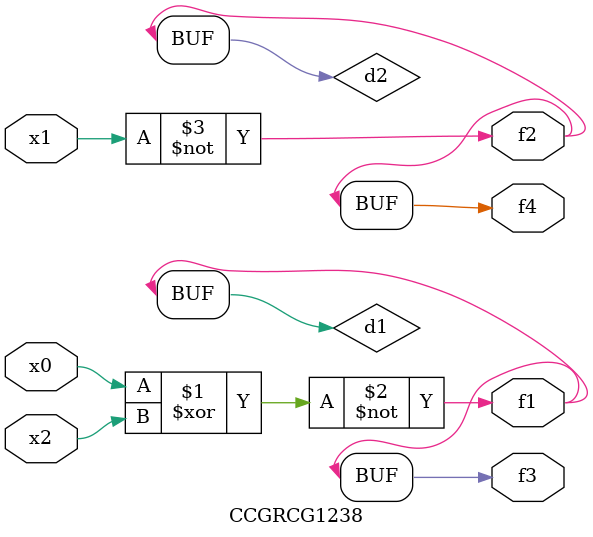
<source format=v>
module CCGRCG1238(
	input x0, x1, x2,
	output f1, f2, f3, f4
);

	wire d1, d2, d3;

	xnor (d1, x0, x2);
	nand (d2, x1);
	nor (d3, x1, x2);
	assign f1 = d1;
	assign f2 = d2;
	assign f3 = d1;
	assign f4 = d2;
endmodule

</source>
